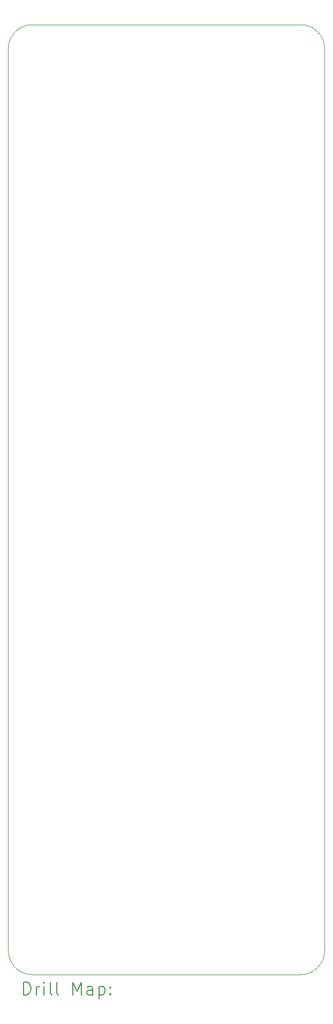
<source format=gbr>
%TF.GenerationSoftware,KiCad,Pcbnew,7.0.2*%
%TF.CreationDate,2023-06-22T18:12:36-04:00*%
%TF.ProjectId,ProtogenBackpackPCB,50726f74-6f67-4656-9e42-61636b706163,rev?*%
%TF.SameCoordinates,Original*%
%TF.FileFunction,Drillmap*%
%TF.FilePolarity,Positive*%
%FSLAX45Y45*%
G04 Gerber Fmt 4.5, Leading zero omitted, Abs format (unit mm)*
G04 Created by KiCad (PCBNEW 7.0.2) date 2023-06-22 18:12:36*
%MOMM*%
%LPD*%
G01*
G04 APERTURE LIST*
%ADD10C,0.101600*%
%ADD11C,0.200000*%
G04 APERTURE END LIST*
D10*
X11811000Y-2540000D02*
G75*
G03*
X11430000Y-2921000I0J-381000D01*
G01*
X16433800Y-2921000D02*
G75*
G03*
X16052800Y-2540000I-381000J0D01*
G01*
X16052800Y-17526000D02*
G75*
G03*
X16433800Y-17145000I0J381000D01*
G01*
X11430000Y-17145000D02*
G75*
G03*
X11811000Y-17526000I381000J0D01*
G01*
X11430000Y-17145000D02*
X11430000Y-2921000D01*
X16052800Y-17526000D02*
X11811000Y-17526000D01*
X16433800Y-2921000D02*
X16433800Y-17145000D01*
X11811000Y-2540000D02*
X16052800Y-2540000D01*
D11*
X11672539Y-17843604D02*
X11672539Y-17643604D01*
X11672539Y-17643604D02*
X11720158Y-17643604D01*
X11720158Y-17643604D02*
X11748729Y-17653128D01*
X11748729Y-17653128D02*
X11767777Y-17672175D01*
X11767777Y-17672175D02*
X11777301Y-17691223D01*
X11777301Y-17691223D02*
X11786825Y-17729318D01*
X11786825Y-17729318D02*
X11786825Y-17757890D01*
X11786825Y-17757890D02*
X11777301Y-17795985D01*
X11777301Y-17795985D02*
X11767777Y-17815032D01*
X11767777Y-17815032D02*
X11748729Y-17834080D01*
X11748729Y-17834080D02*
X11720158Y-17843604D01*
X11720158Y-17843604D02*
X11672539Y-17843604D01*
X11872539Y-17843604D02*
X11872539Y-17710270D01*
X11872539Y-17748366D02*
X11882063Y-17729318D01*
X11882063Y-17729318D02*
X11891587Y-17719794D01*
X11891587Y-17719794D02*
X11910634Y-17710270D01*
X11910634Y-17710270D02*
X11929682Y-17710270D01*
X11996348Y-17843604D02*
X11996348Y-17710270D01*
X11996348Y-17643604D02*
X11986825Y-17653128D01*
X11986825Y-17653128D02*
X11996348Y-17662651D01*
X11996348Y-17662651D02*
X12005872Y-17653128D01*
X12005872Y-17653128D02*
X11996348Y-17643604D01*
X11996348Y-17643604D02*
X11996348Y-17662651D01*
X12120158Y-17843604D02*
X12101110Y-17834080D01*
X12101110Y-17834080D02*
X12091587Y-17815032D01*
X12091587Y-17815032D02*
X12091587Y-17643604D01*
X12224920Y-17843604D02*
X12205872Y-17834080D01*
X12205872Y-17834080D02*
X12196348Y-17815032D01*
X12196348Y-17815032D02*
X12196348Y-17643604D01*
X12453491Y-17843604D02*
X12453491Y-17643604D01*
X12453491Y-17643604D02*
X12520158Y-17786461D01*
X12520158Y-17786461D02*
X12586825Y-17643604D01*
X12586825Y-17643604D02*
X12586825Y-17843604D01*
X12767777Y-17843604D02*
X12767777Y-17738842D01*
X12767777Y-17738842D02*
X12758253Y-17719794D01*
X12758253Y-17719794D02*
X12739206Y-17710270D01*
X12739206Y-17710270D02*
X12701110Y-17710270D01*
X12701110Y-17710270D02*
X12682063Y-17719794D01*
X12767777Y-17834080D02*
X12748729Y-17843604D01*
X12748729Y-17843604D02*
X12701110Y-17843604D01*
X12701110Y-17843604D02*
X12682063Y-17834080D01*
X12682063Y-17834080D02*
X12672539Y-17815032D01*
X12672539Y-17815032D02*
X12672539Y-17795985D01*
X12672539Y-17795985D02*
X12682063Y-17776937D01*
X12682063Y-17776937D02*
X12701110Y-17767413D01*
X12701110Y-17767413D02*
X12748729Y-17767413D01*
X12748729Y-17767413D02*
X12767777Y-17757890D01*
X12863015Y-17710270D02*
X12863015Y-17910270D01*
X12863015Y-17719794D02*
X12882063Y-17710270D01*
X12882063Y-17710270D02*
X12920158Y-17710270D01*
X12920158Y-17710270D02*
X12939206Y-17719794D01*
X12939206Y-17719794D02*
X12948729Y-17729318D01*
X12948729Y-17729318D02*
X12958253Y-17748366D01*
X12958253Y-17748366D02*
X12958253Y-17805509D01*
X12958253Y-17805509D02*
X12948729Y-17824556D01*
X12948729Y-17824556D02*
X12939206Y-17834080D01*
X12939206Y-17834080D02*
X12920158Y-17843604D01*
X12920158Y-17843604D02*
X12882063Y-17843604D01*
X12882063Y-17843604D02*
X12863015Y-17834080D01*
X13043968Y-17824556D02*
X13053491Y-17834080D01*
X13053491Y-17834080D02*
X13043968Y-17843604D01*
X13043968Y-17843604D02*
X13034444Y-17834080D01*
X13034444Y-17834080D02*
X13043968Y-17824556D01*
X13043968Y-17824556D02*
X13043968Y-17843604D01*
X13043968Y-17719794D02*
X13053491Y-17729318D01*
X13053491Y-17729318D02*
X13043968Y-17738842D01*
X13043968Y-17738842D02*
X13034444Y-17729318D01*
X13034444Y-17729318D02*
X13043968Y-17719794D01*
X13043968Y-17719794D02*
X13043968Y-17738842D01*
M02*

</source>
